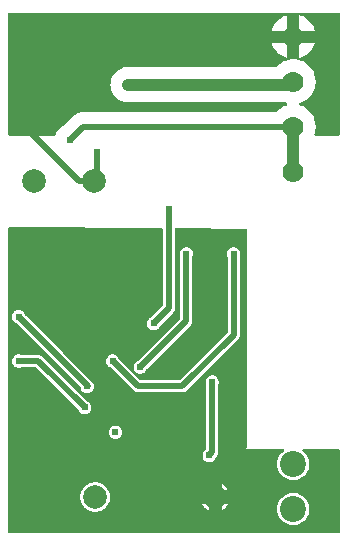
<source format=gbl>
G04 Layer: BottomLayer*
G04 EasyEDA v6.5.5, 2022-07-05 01:29:27*
G04 53968c1b96fc4b8a88d45afed03194a1,2d51f53f3cf64b0da7006fab460d3095,10*
G04 Gerber Generator version 0.2*
G04 Scale: 100 percent, Rotated: No, Reflected: No *
G04 Dimensions in millimeters *
G04 leading zeros omitted , absolute positions ,4 integer and 5 decimal *
%FSLAX45Y45*%
%MOMM*%

%ADD11C,0.5000*%
%ADD12C,0.6096*%
%ADD25C,1.7780*%
%ADD26C,2.2000*%
%ADD27C,2.0000*%
%ADD28C,1.0000*%

%LPD*%
G36*
X861568Y5054600D02*
G01*
X857656Y5055362D01*
X854405Y5057597D01*
X852169Y5060848D01*
X851408Y5064760D01*
X851408Y6085332D01*
X852169Y6089243D01*
X854405Y6092494D01*
X857656Y6094730D01*
X861568Y6095492D01*
X3211830Y6095492D01*
X3215843Y6094679D01*
X3217519Y6093510D01*
X3219348Y6094730D01*
X3223260Y6095492D01*
X3304540Y6095492D01*
X3308451Y6094730D01*
X3310280Y6093510D01*
X3311956Y6094679D01*
X3315970Y6095492D01*
X3646932Y6095492D01*
X3650843Y6094730D01*
X3654094Y6092494D01*
X3656329Y6089243D01*
X3657092Y6085332D01*
X3657092Y5064760D01*
X3656329Y5060848D01*
X3654094Y5057597D01*
X3650843Y5055362D01*
X3646932Y5054600D01*
X3451961Y5054600D01*
X3448202Y5055311D01*
X3445001Y5057394D01*
X3442766Y5060492D01*
X3441852Y5064201D01*
X3442360Y5068011D01*
X3446221Y5079492D01*
X3450437Y5097932D01*
X3452774Y5116626D01*
X3453231Y5135524D01*
X3451809Y5154371D01*
X3448558Y5172964D01*
X3443427Y5191099D01*
X3436518Y5208676D01*
X3427933Y5225491D01*
X3417671Y5241340D01*
X3405886Y5256123D01*
X3392728Y5269636D01*
X3378250Y5281777D01*
X3362655Y5292394D01*
X3346094Y5301437D01*
X3328670Y5308752D01*
X3319932Y5311444D01*
X3316274Y5313527D01*
X3313734Y5316829D01*
X3312769Y5320944D01*
X3313531Y5325059D01*
X3315919Y5328513D01*
X3319475Y5330698D01*
X3337458Y5337302D01*
X3354476Y5345480D01*
X3370579Y5355336D01*
X3385616Y5366715D01*
X3399485Y5379567D01*
X3411982Y5393690D01*
X3423005Y5409031D01*
X3432454Y5425389D01*
X3440226Y5442610D01*
X3446221Y5460492D01*
X3450437Y5478932D01*
X3452774Y5497626D01*
X3453231Y5516524D01*
X3451809Y5535371D01*
X3448558Y5553964D01*
X3443427Y5572099D01*
X3436518Y5589676D01*
X3427933Y5606491D01*
X3417671Y5622340D01*
X3405886Y5637123D01*
X3392728Y5650636D01*
X3378250Y5662777D01*
X3362655Y5673394D01*
X3346094Y5682437D01*
X3328670Y5689752D01*
X3319932Y5692444D01*
X3316274Y5694527D01*
X3313734Y5697829D01*
X3312871Y5701487D01*
X3310991Y5699048D01*
X3306978Y5697067D01*
X3302508Y5696966D01*
X3292144Y5699099D01*
X3273348Y5700979D01*
X3254451Y5700979D01*
X3235655Y5699099D01*
X3225292Y5696966D01*
X3220821Y5697067D01*
X3216808Y5699048D01*
X3214928Y5701487D01*
X3214065Y5697829D01*
X3211525Y5694527D01*
X3207867Y5692444D01*
X3199130Y5689752D01*
X3181705Y5682437D01*
X3165144Y5673394D01*
X3149549Y5662777D01*
X3135071Y5650636D01*
X3124301Y5639562D01*
X3120948Y5637276D01*
X3116986Y5636514D01*
X1867052Y5636514D01*
X1849932Y5635548D01*
X1833270Y5632704D01*
X1817065Y5628030D01*
X1801469Y5621578D01*
X1786686Y5613400D01*
X1772970Y5603646D01*
X1760372Y5592419D01*
X1749094Y5579821D01*
X1739341Y5566054D01*
X1731162Y5551271D01*
X1724710Y5535676D01*
X1720037Y5519470D01*
X1717243Y5502859D01*
X1716278Y5485993D01*
X1717243Y5469128D01*
X1720037Y5452516D01*
X1724710Y5436311D01*
X1731162Y5420715D01*
X1739341Y5405932D01*
X1749094Y5392166D01*
X1760372Y5379567D01*
X1772970Y5368340D01*
X1786686Y5358587D01*
X1801469Y5350408D01*
X1817065Y5343956D01*
X1833270Y5339283D01*
X1849932Y5336438D01*
X1867052Y5335473D01*
X3193491Y5335473D01*
X3196945Y5334863D01*
X3208324Y5330698D01*
X3211880Y5328513D01*
X3214268Y5325059D01*
X3215030Y5320944D01*
X3214065Y5316829D01*
X3211525Y5313527D01*
X3207867Y5311444D01*
X3199130Y5308752D01*
X3181705Y5301437D01*
X3165144Y5292394D01*
X3149549Y5281777D01*
X3135071Y5269636D01*
X3122523Y5256784D01*
X3119221Y5254498D01*
X3115259Y5253736D01*
X1486052Y5253736D01*
X1478330Y5253482D01*
X1470761Y5252770D01*
X1463294Y5251653D01*
X1455877Y5250078D01*
X1448562Y5248046D01*
X1441399Y5245557D01*
X1434388Y5242661D01*
X1427581Y5239308D01*
X1420977Y5235600D01*
X1414627Y5231485D01*
X1408480Y5227015D01*
X1402689Y5222138D01*
X1397050Y5216855D01*
X1315567Y5135321D01*
X1313281Y5133644D01*
X1301699Y5127244D01*
X1289100Y5118201D01*
X1277620Y5107736D01*
X1267510Y5095951D01*
X1258824Y5083098D01*
X1251762Y5069281D01*
X1248765Y5061204D01*
X1246581Y5057749D01*
X1243228Y5055412D01*
X1239215Y5054600D01*
G37*

%LPC*%
G36*
X3213100Y5707735D02*
G01*
X3213100Y5842000D01*
X3081477Y5842000D01*
X3087573Y5823610D01*
X3095345Y5806389D01*
X3104794Y5790031D01*
X3115818Y5774690D01*
X3128314Y5760567D01*
X3142183Y5747715D01*
X3157220Y5736336D01*
X3173323Y5726480D01*
X3190341Y5718302D01*
X3208324Y5711698D01*
X3211880Y5709513D01*
G37*
G36*
X3314700Y5707735D02*
G01*
X3315919Y5709513D01*
X3319475Y5711698D01*
X3337458Y5718302D01*
X3354476Y5726480D01*
X3370579Y5736336D01*
X3385616Y5747715D01*
X3399485Y5760567D01*
X3411982Y5774690D01*
X3423005Y5790031D01*
X3432454Y5806389D01*
X3440226Y5823610D01*
X3446322Y5842000D01*
X3314700Y5842000D01*
G37*
G36*
X3314700Y5943600D02*
G01*
X3446119Y5943600D01*
X3443427Y5953099D01*
X3436518Y5970676D01*
X3427933Y5987491D01*
X3417671Y6003340D01*
X3405886Y6018123D01*
X3392728Y6031636D01*
X3378250Y6043777D01*
X3362655Y6054394D01*
X3346094Y6063437D01*
X3328670Y6070752D01*
X3314700Y6075070D01*
G37*
G36*
X3081680Y5943600D02*
G01*
X3213100Y5943600D01*
X3213100Y6075070D01*
X3199130Y6070752D01*
X3181705Y6063437D01*
X3165144Y6054394D01*
X3149549Y6043777D01*
X3135071Y6031636D01*
X3121914Y6018123D01*
X3110128Y6003340D01*
X3099866Y5987491D01*
X3091281Y5970676D01*
X3084372Y5953099D01*
G37*

%LPD*%
G36*
X861568Y1689607D02*
G01*
X857656Y1690370D01*
X854405Y1692605D01*
X852169Y1695856D01*
X851408Y1699768D01*
X851408Y4267962D01*
X852169Y4271873D01*
X854405Y4275175D01*
X857707Y4277360D01*
X861618Y4278122D01*
X2148789Y4271111D01*
X2152650Y4270349D01*
X2155952Y4268114D01*
X2158136Y4264812D01*
X2158898Y4260951D01*
X2158898Y3615690D01*
X2158136Y3611778D01*
X2155901Y3608527D01*
X2065223Y3517798D01*
X2062327Y3515766D01*
X2054606Y3512210D01*
X2046579Y3506571D01*
X2039620Y3499612D01*
X2033981Y3491585D01*
X2029866Y3482644D01*
X2027326Y3473196D01*
X2026462Y3463391D01*
X2027326Y3453587D01*
X2029866Y3444138D01*
X2033981Y3435197D01*
X2039620Y3427171D01*
X2046579Y3420211D01*
X2054606Y3414572D01*
X2063546Y3410458D01*
X2072995Y3407918D01*
X2082800Y3407054D01*
X2092604Y3407918D01*
X2102053Y3410458D01*
X2110994Y3414572D01*
X2119020Y3420211D01*
X2125980Y3427171D01*
X2131618Y3435197D01*
X2135174Y3442919D01*
X2137206Y3445814D01*
X2245664Y3554222D01*
X2248814Y3557676D01*
X2251506Y3561181D01*
X2253894Y3564940D01*
X2255926Y3568903D01*
X2257653Y3572967D01*
X2258974Y3577234D01*
X2259939Y3581552D01*
X2260498Y3585972D01*
X2260701Y3590594D01*
X2260701Y4260291D01*
X2261463Y4264202D01*
X2263698Y4267504D01*
X2267000Y4269689D01*
X2270912Y4270451D01*
X2860090Y4267250D01*
X2863951Y4266488D01*
X2867253Y4264253D01*
X2869438Y4260951D01*
X2870200Y4257090D01*
X2870200Y2417216D01*
X2869438Y2413304D01*
X2867202Y2410002D01*
X2858211Y2401011D01*
X2858516Y2400300D01*
X3176676Y2400300D01*
X3180791Y2399436D01*
X3184194Y2396947D01*
X3186277Y2393340D01*
X3186785Y2389174D01*
X3185515Y2385161D01*
X3182721Y2382012D01*
X3176574Y2377389D01*
X3165043Y2366568D01*
X3154883Y2354427D01*
X3146196Y2341270D01*
X3139135Y2327148D01*
X3133699Y2312263D01*
X3130092Y2296922D01*
X3128264Y2281224D01*
X3128264Y2265375D01*
X3130092Y2249678D01*
X3133699Y2234336D01*
X3139135Y2219452D01*
X3146196Y2205329D01*
X3154883Y2192172D01*
X3165043Y2180031D01*
X3176574Y2169210D01*
X3189224Y2159762D01*
X3202889Y2151888D01*
X3217418Y2145588D01*
X3232556Y2141067D01*
X3248101Y2138324D01*
X3263900Y2137410D01*
X3279698Y2138324D01*
X3295243Y2141067D01*
X3310382Y2145588D01*
X3324910Y2151888D01*
X3338576Y2159762D01*
X3351225Y2169210D01*
X3362756Y2180031D01*
X3372916Y2192172D01*
X3381603Y2205329D01*
X3388664Y2219452D01*
X3394100Y2234336D01*
X3397707Y2249678D01*
X3399536Y2265375D01*
X3399536Y2281224D01*
X3397707Y2296922D01*
X3394100Y2312263D01*
X3388664Y2327148D01*
X3381603Y2341270D01*
X3372916Y2354427D01*
X3362756Y2366568D01*
X3351225Y2377389D01*
X3345078Y2382012D01*
X3342284Y2385161D01*
X3341014Y2389174D01*
X3341522Y2393340D01*
X3343605Y2396947D01*
X3347008Y2399436D01*
X3351123Y2400300D01*
X3646932Y2400300D01*
X3650843Y2399538D01*
X3654094Y2397302D01*
X3656329Y2394051D01*
X3657092Y2390140D01*
X3657092Y1699768D01*
X3656329Y1695856D01*
X3654094Y1692605D01*
X3650843Y1690370D01*
X3646932Y1689607D01*
G37*

%LPC*%
G36*
X3263900Y1756410D02*
G01*
X3279698Y1757324D01*
X3295243Y1760067D01*
X3310382Y1764588D01*
X3324910Y1770888D01*
X3338576Y1778762D01*
X3351225Y1788210D01*
X3362756Y1799031D01*
X3372916Y1811172D01*
X3381603Y1824329D01*
X3388664Y1838452D01*
X3394100Y1853336D01*
X3397707Y1868678D01*
X3399536Y1884375D01*
X3399536Y1900224D01*
X3397707Y1915922D01*
X3394100Y1931263D01*
X3388664Y1946148D01*
X3381603Y1960270D01*
X3372916Y1973427D01*
X3362756Y1985568D01*
X3351225Y1996389D01*
X3338576Y2005838D01*
X3324910Y2013712D01*
X3310382Y2020011D01*
X3295243Y2024532D01*
X3279698Y2027275D01*
X3263900Y2028189D01*
X3248101Y2027275D01*
X3232556Y2024532D01*
X3217418Y2020011D01*
X3202889Y2013712D01*
X3189224Y2005838D01*
X3176574Y1996389D01*
X3165043Y1985568D01*
X3154883Y1973427D01*
X3146196Y1960270D01*
X3139135Y1946148D01*
X3133699Y1931263D01*
X3130092Y1915922D01*
X3128264Y1900224D01*
X3128264Y1884375D01*
X3130092Y1868678D01*
X3133699Y1853336D01*
X3139135Y1838452D01*
X3146196Y1824329D01*
X3154883Y1811172D01*
X3165043Y1799031D01*
X3176574Y1788210D01*
X3189224Y1778762D01*
X3202889Y1770888D01*
X3217418Y1764588D01*
X3232556Y1760067D01*
X3248101Y1757324D01*
G37*
G36*
X1587500Y1868017D02*
G01*
X1602689Y1868932D01*
X1617624Y1871675D01*
X1632153Y1876196D01*
X1646021Y1882444D01*
X1659026Y1890318D01*
X1670964Y1899666D01*
X1681734Y1910435D01*
X1691081Y1922373D01*
X1698955Y1935378D01*
X1705203Y1949246D01*
X1709724Y1963775D01*
X1712468Y1978710D01*
X1713382Y1993900D01*
X1712468Y2009089D01*
X1709724Y2024024D01*
X1705203Y2038553D01*
X1698955Y2052421D01*
X1691081Y2065426D01*
X1681734Y2077364D01*
X1670964Y2088134D01*
X1659026Y2097481D01*
X1646021Y2105355D01*
X1632153Y2111603D01*
X1617624Y2116124D01*
X1602689Y2118868D01*
X1587500Y2119782D01*
X1572310Y2118868D01*
X1557375Y2116124D01*
X1542846Y2111603D01*
X1528978Y2105355D01*
X1515973Y2097481D01*
X1504035Y2088134D01*
X1493266Y2077364D01*
X1483918Y2065426D01*
X1476044Y2052421D01*
X1469796Y2038553D01*
X1465275Y2024024D01*
X1462532Y2009089D01*
X1461617Y1993900D01*
X1462532Y1978710D01*
X1465275Y1963775D01*
X1469796Y1949246D01*
X1476044Y1935378D01*
X1483918Y1922373D01*
X1493266Y1910435D01*
X1504035Y1899666D01*
X1515973Y1890318D01*
X1528978Y1882444D01*
X1542846Y1876196D01*
X1557375Y1871675D01*
X1572310Y1868932D01*
G37*
G36*
X2659837Y1881479D02*
G01*
X2662021Y1882444D01*
X2675026Y1890318D01*
X2686964Y1899666D01*
X2697734Y1910435D01*
X2707081Y1922373D01*
X2714955Y1935378D01*
X2715920Y1937562D01*
X2659837Y1937562D01*
G37*
G36*
X2547162Y1881479D02*
G01*
X2547162Y1937562D01*
X2491079Y1937562D01*
X2492044Y1935378D01*
X2499918Y1922373D01*
X2509266Y1910435D01*
X2520035Y1899666D01*
X2531973Y1890318D01*
X2544978Y1882444D01*
G37*
G36*
X2491079Y2050237D02*
G01*
X2547162Y2050237D01*
X2547162Y2106320D01*
X2544978Y2105355D01*
X2531973Y2097481D01*
X2520035Y2088134D01*
X2509266Y2077364D01*
X2499918Y2065426D01*
X2492044Y2052421D01*
G37*
G36*
X2659837Y2050237D02*
G01*
X2715920Y2050237D01*
X2714955Y2052421D01*
X2707081Y2065426D01*
X2697734Y2077364D01*
X2686964Y2088134D01*
X2675026Y2097481D01*
X2662021Y2105355D01*
X2659837Y2106320D01*
G37*
G36*
X2552700Y2289454D02*
G01*
X2562504Y2290318D01*
X2571953Y2292858D01*
X2580894Y2296972D01*
X2588920Y2302611D01*
X2595880Y2309571D01*
X2601518Y2317597D01*
X2605074Y2325319D01*
X2607106Y2328214D01*
X2613964Y2335022D01*
X2617114Y2338476D01*
X2619806Y2341981D01*
X2622194Y2345740D01*
X2624226Y2349703D01*
X2625953Y2353767D01*
X2627274Y2358034D01*
X2628239Y2362352D01*
X2628798Y2366772D01*
X2629001Y2371394D01*
X2629001Y2942183D01*
X2629966Y2946501D01*
X2631033Y2948838D01*
X2633573Y2958287D01*
X2634437Y2968091D01*
X2633573Y2977896D01*
X2631033Y2987344D01*
X2626918Y2996285D01*
X2621280Y3004312D01*
X2614320Y3011271D01*
X2606294Y3016910D01*
X2597353Y3021025D01*
X2587904Y3023565D01*
X2578100Y3024428D01*
X2568295Y3023565D01*
X2558846Y3021025D01*
X2549906Y3016910D01*
X2541879Y3011271D01*
X2534920Y3004312D01*
X2529281Y2996285D01*
X2525166Y2987344D01*
X2522626Y2977896D01*
X2521762Y2968091D01*
X2522626Y2958287D01*
X2525166Y2948838D01*
X2526233Y2946501D01*
X2527198Y2942183D01*
X2527198Y2401722D01*
X2526690Y2398572D01*
X2525166Y2395677D01*
X2522880Y2393442D01*
X2516479Y2388971D01*
X2509520Y2382012D01*
X2503881Y2373985D01*
X2499766Y2365044D01*
X2497226Y2355596D01*
X2496362Y2345791D01*
X2497226Y2335987D01*
X2499766Y2326538D01*
X2503881Y2317597D01*
X2509520Y2309571D01*
X2516479Y2302611D01*
X2524506Y2296972D01*
X2533446Y2292858D01*
X2542895Y2290318D01*
G37*
G36*
X1758950Y2486812D02*
G01*
X1768754Y2487676D01*
X1778203Y2490216D01*
X1787143Y2494330D01*
X1795170Y2499969D01*
X1802130Y2506929D01*
X1807768Y2514955D01*
X1811883Y2523896D01*
X1814423Y2533345D01*
X1815287Y2543149D01*
X1814423Y2552954D01*
X1811883Y2562402D01*
X1807768Y2571343D01*
X1802130Y2579370D01*
X1795170Y2586329D01*
X1787143Y2591968D01*
X1778203Y2596083D01*
X1768754Y2598623D01*
X1758950Y2599486D01*
X1749145Y2598623D01*
X1739696Y2596083D01*
X1730756Y2591968D01*
X1722729Y2586329D01*
X1715770Y2579370D01*
X1710131Y2571343D01*
X1706016Y2562402D01*
X1703476Y2552954D01*
X1702612Y2543149D01*
X1703476Y2533345D01*
X1706016Y2523896D01*
X1710131Y2514955D01*
X1715770Y2506929D01*
X1722729Y2499969D01*
X1730756Y2494330D01*
X1739696Y2490216D01*
X1749145Y2487676D01*
G37*
G36*
X1498600Y2695854D02*
G01*
X1508404Y2696718D01*
X1517853Y2699258D01*
X1526794Y2703372D01*
X1534820Y2709011D01*
X1541780Y2715971D01*
X1547418Y2723997D01*
X1551533Y2732938D01*
X1554073Y2742387D01*
X1554937Y2752191D01*
X1554073Y2761996D01*
X1551533Y2771444D01*
X1547418Y2780385D01*
X1541780Y2788412D01*
X1534820Y2795371D01*
X1526794Y2801010D01*
X1519072Y2804566D01*
X1516176Y2806598D01*
X1141069Y3181756D01*
X1137615Y3184906D01*
X1134110Y3187598D01*
X1130350Y3189986D01*
X1126388Y3192018D01*
X1122324Y3193745D01*
X1118057Y3195066D01*
X1113739Y3196031D01*
X1109319Y3196590D01*
X1104696Y3196793D01*
X965708Y3196793D01*
X961390Y3197758D01*
X959053Y3198825D01*
X949604Y3201365D01*
X939800Y3202228D01*
X929995Y3201365D01*
X920546Y3198825D01*
X911606Y3194710D01*
X903579Y3189071D01*
X896619Y3182112D01*
X890981Y3174085D01*
X886866Y3165144D01*
X884326Y3155696D01*
X883462Y3145891D01*
X884326Y3136087D01*
X886866Y3126638D01*
X890981Y3117697D01*
X896619Y3109671D01*
X903579Y3102711D01*
X911606Y3097072D01*
X920546Y3092958D01*
X929995Y3090418D01*
X939800Y3089554D01*
X949604Y3090418D01*
X959053Y3092958D01*
X961390Y3094024D01*
X965708Y3094990D01*
X1079601Y3094990D01*
X1083513Y3094228D01*
X1086764Y3091992D01*
X1444193Y2734614D01*
X1446225Y2731719D01*
X1449781Y2723997D01*
X1455420Y2715971D01*
X1462379Y2709011D01*
X1470406Y2703372D01*
X1479346Y2699258D01*
X1488795Y2696718D01*
G37*
G36*
X1518818Y2873654D02*
G01*
X1528622Y2874518D01*
X1538071Y2877058D01*
X1547012Y2881172D01*
X1555038Y2886811D01*
X1561998Y2893771D01*
X1567637Y2901797D01*
X1571752Y2910738D01*
X1574292Y2920187D01*
X1575155Y2929991D01*
X1574901Y2933141D01*
X1574698Y2942031D01*
X1574139Y2946349D01*
X1573174Y2950667D01*
X1571853Y2954934D01*
X1570126Y2958998D01*
X1568094Y2962960D01*
X1565706Y2966720D01*
X1563014Y2970225D01*
X1559864Y2973679D01*
X994206Y3539286D01*
X992174Y3542182D01*
X988618Y3549904D01*
X982980Y3557930D01*
X976020Y3564890D01*
X967994Y3570528D01*
X959053Y3574643D01*
X949604Y3577183D01*
X939800Y3578047D01*
X929995Y3577183D01*
X920546Y3574643D01*
X911606Y3570528D01*
X903579Y3564890D01*
X896619Y3557930D01*
X890981Y3549904D01*
X886866Y3540963D01*
X884326Y3531514D01*
X883462Y3521710D01*
X884326Y3511905D01*
X886866Y3502456D01*
X890981Y3493515D01*
X896619Y3485489D01*
X903579Y3478529D01*
X911606Y3472891D01*
X919327Y3469335D01*
X922223Y3467303D01*
X1460144Y2929382D01*
X1462176Y2926486D01*
X1463090Y2923082D01*
X1463344Y2920187D01*
X1465884Y2910738D01*
X1469999Y2901797D01*
X1475638Y2893771D01*
X1482598Y2886811D01*
X1490624Y2881172D01*
X1499565Y2877058D01*
X1509014Y2874518D01*
G37*
G36*
X1950821Y2879090D02*
G01*
X2323896Y2879090D01*
X2328519Y2879293D01*
X2332939Y2879852D01*
X2337257Y2880817D01*
X2341524Y2882138D01*
X2345588Y2883865D01*
X2349550Y2885897D01*
X2353310Y2888284D01*
X2356815Y2890977D01*
X2360269Y2894126D01*
X2794812Y3328670D01*
X2797962Y3332124D01*
X2800654Y3335629D01*
X2803042Y3339388D01*
X2805074Y3343351D01*
X2806801Y3347415D01*
X2808122Y3351682D01*
X2809087Y3356000D01*
X2809646Y3360420D01*
X2809849Y3365042D01*
X2809849Y4027525D01*
X2810814Y4031843D01*
X2811881Y4034180D01*
X2814421Y4043629D01*
X2815285Y4053433D01*
X2814421Y4063237D01*
X2811881Y4072686D01*
X2807766Y4081627D01*
X2802128Y4089654D01*
X2795168Y4096613D01*
X2787142Y4102252D01*
X2778201Y4106367D01*
X2768752Y4108907D01*
X2758948Y4109770D01*
X2749143Y4108907D01*
X2739694Y4106367D01*
X2730754Y4102252D01*
X2722727Y4096613D01*
X2715768Y4089654D01*
X2710129Y4081627D01*
X2706014Y4072686D01*
X2703474Y4063237D01*
X2702610Y4053433D01*
X2703474Y4043629D01*
X2706014Y4034180D01*
X2707081Y4031792D01*
X2708046Y4027525D01*
X2708046Y3390137D01*
X2707284Y3386226D01*
X2705049Y3382975D01*
X2305964Y2983890D01*
X2302713Y2981655D01*
X2298801Y2980893D01*
X1975916Y2980893D01*
X1972005Y2981655D01*
X1968703Y2983890D01*
X1789125Y3163468D01*
X1787093Y3166364D01*
X1783537Y3174085D01*
X1777898Y3182112D01*
X1770938Y3189071D01*
X1762912Y3194710D01*
X1753971Y3198825D01*
X1744522Y3201365D01*
X1734718Y3202228D01*
X1724914Y3201365D01*
X1715465Y3198825D01*
X1706524Y3194710D01*
X1698498Y3189071D01*
X1691538Y3182112D01*
X1685899Y3174085D01*
X1681784Y3165144D01*
X1679244Y3155696D01*
X1678381Y3145891D01*
X1679244Y3136087D01*
X1681784Y3126638D01*
X1685899Y3117697D01*
X1691538Y3109671D01*
X1698498Y3102711D01*
X1706524Y3097072D01*
X1714246Y3093516D01*
X1717141Y3091484D01*
X1914448Y2894126D01*
X1917903Y2890977D01*
X1921408Y2888284D01*
X1925167Y2885897D01*
X1929130Y2883865D01*
X1933193Y2882138D01*
X1937461Y2880817D01*
X1941779Y2879852D01*
X1946198Y2879293D01*
G37*
G36*
X1968500Y3038754D02*
G01*
X1978304Y3039618D01*
X1987753Y3042158D01*
X1996693Y3046272D01*
X2004720Y3051911D01*
X2011680Y3058871D01*
X2017318Y3066897D01*
X2020874Y3074619D01*
X2022906Y3077514D01*
X2394813Y3449370D01*
X2397963Y3452825D01*
X2400655Y3456330D01*
X2403043Y3460089D01*
X2405075Y3464051D01*
X2406802Y3468115D01*
X2408123Y3472383D01*
X2409088Y3476701D01*
X2409647Y3481120D01*
X2409850Y3485743D01*
X2409850Y4027525D01*
X2410815Y4031843D01*
X2411882Y4034180D01*
X2414422Y4043629D01*
X2415286Y4053433D01*
X2414422Y4063237D01*
X2411882Y4072686D01*
X2407767Y4081627D01*
X2402128Y4089654D01*
X2395169Y4096613D01*
X2387142Y4102252D01*
X2378202Y4106367D01*
X2368753Y4108907D01*
X2358948Y4109770D01*
X2349144Y4108907D01*
X2339695Y4106367D01*
X2330754Y4102252D01*
X2322728Y4096613D01*
X2315768Y4089654D01*
X2310130Y4081627D01*
X2306015Y4072686D01*
X2303475Y4063237D01*
X2302611Y4053433D01*
X2303475Y4043629D01*
X2306015Y4034180D01*
X2307082Y4031792D01*
X2308047Y4027525D01*
X2308047Y3510838D01*
X2307285Y3506927D01*
X2305050Y3503676D01*
X1950923Y3149498D01*
X1948027Y3147466D01*
X1940306Y3143910D01*
X1932279Y3138271D01*
X1925320Y3131312D01*
X1919681Y3123285D01*
X1915566Y3114344D01*
X1913026Y3104896D01*
X1912162Y3095091D01*
X1913026Y3085287D01*
X1915566Y3075838D01*
X1919681Y3066897D01*
X1925320Y3058871D01*
X1932279Y3051911D01*
X1940306Y3046272D01*
X1949246Y3042158D01*
X1958695Y3039618D01*
G37*

%LPD*%
D11*
X3263900Y5128206D02*
G01*
X1485900Y5128206D01*
X1371600Y5013906D01*
X1079500Y4076700D02*
G01*
X939800Y4076700D01*
X1358950Y4053359D02*
G01*
X1335608Y4076700D01*
X1079500Y4076700D01*
X2082800Y3463391D02*
G01*
X2209800Y3590391D01*
X2209800Y4435096D01*
X2552700Y2345791D02*
G01*
X2578100Y2371191D01*
X2578100Y2968091D01*
X2082800Y2213607D02*
G01*
X2154288Y2285095D01*
X2397495Y2285095D01*
X1734715Y3145891D02*
G01*
X1950615Y2929991D01*
X2324100Y2929991D01*
X2758950Y3364842D01*
X2758950Y4053433D01*
X939800Y3521707D02*
G01*
X1524000Y2937507D01*
X1524000Y2929991D01*
X939800Y3059328D02*
G01*
X1350490Y2648638D01*
X2033948Y2648638D01*
X939800Y3608275D02*
G01*
X1007336Y3675811D01*
X1358950Y3675811D01*
X1968500Y3095091D02*
G01*
X2358951Y3485542D01*
X2358951Y4053433D01*
X939800Y3145891D02*
G01*
X1104900Y3145891D01*
X1498600Y2752191D01*
D28*
X2603500Y1993900D02*
G01*
X1358950Y3238449D01*
X1358950Y4053359D01*
X3263900Y5892800D02*
G01*
X1359024Y5892800D01*
X1181224Y5715000D01*
D11*
X1181227Y5715000D02*
G01*
X1181227Y5504408D01*
X939800Y5262981D01*
D28*
X3263900Y5130800D02*
G01*
X3263900Y4749800D01*
X1866775Y5485991D02*
G01*
X3238091Y5485991D01*
X3263900Y5511800D01*
D11*
X1409700Y5499100D02*
G01*
X1168400Y5499100D01*
X952500Y5499100D02*
G01*
X1168400Y5499100D01*
X952500Y5499100D02*
G01*
X952500Y5715000D01*
X952500Y5715000D02*
G01*
X1181227Y5715000D01*
X1181227Y5715000D02*
G01*
X1409700Y5715000D01*
X1409700Y5715000D02*
G01*
X1409700Y5918200D01*
X1409700Y5918200D02*
G01*
X1181100Y5918200D01*
X1181100Y5918200D02*
G01*
X952500Y5918200D01*
X1600200Y4914900D02*
G01*
X1600200Y4699000D01*
X1574800Y4673600D01*
X939800Y5262879D02*
G01*
X939800Y5181600D01*
X1447800Y4673600D01*
X1574800Y4673600D01*
D25*
G01*
X3263900Y4749800D03*
G01*
X3263900Y5892800D03*
G01*
X3263900Y5511800D03*
G01*
X3263900Y5130800D03*
D26*
G01*
X3263900Y2273300D03*
G01*
X3263900Y1892300D03*
D27*
G01*
X2603500Y1993900D03*
G01*
X1574800Y4673600D03*
G01*
X1587500Y1993900D03*
G01*
X1066800Y4673600D03*
D12*
G01*
X2209800Y4435094D03*
G01*
X2758947Y4053433D03*
G01*
X2358948Y4053433D03*
G01*
X939800Y3608273D03*
G01*
X939800Y3521710D03*
G01*
X939800Y3145891D03*
G01*
X939800Y3059328D03*
G01*
X1758950Y2543149D03*
G01*
X1358950Y4053357D03*
G01*
X1498600Y2752191D03*
G01*
X1968500Y3095091D03*
G01*
X1518818Y2929991D03*
G01*
X1734718Y3145891D03*
G01*
X2082800Y2213610D03*
G01*
X2552700Y2345791D03*
G01*
X2578100Y2968091D03*
G01*
X2082800Y3463391D03*
G01*
X1079500Y4076700D03*
G01*
X939800Y4076700D03*
G01*
X1181227Y5715000D03*
G01*
X939800Y5262981D03*
G01*
X1371600Y5016500D03*
G01*
X1866772Y5485993D03*
G01*
X1409700Y5715000D03*
G01*
X1409700Y5499100D03*
G01*
X952500Y5918200D03*
G01*
X1181100Y5918200D03*
G01*
X1409700Y5918200D03*
G01*
X1168400Y5499100D03*
G01*
X952500Y5499100D03*
G01*
X952500Y5715000D03*
G01*
X1600200Y4914900D03*
M02*

</source>
